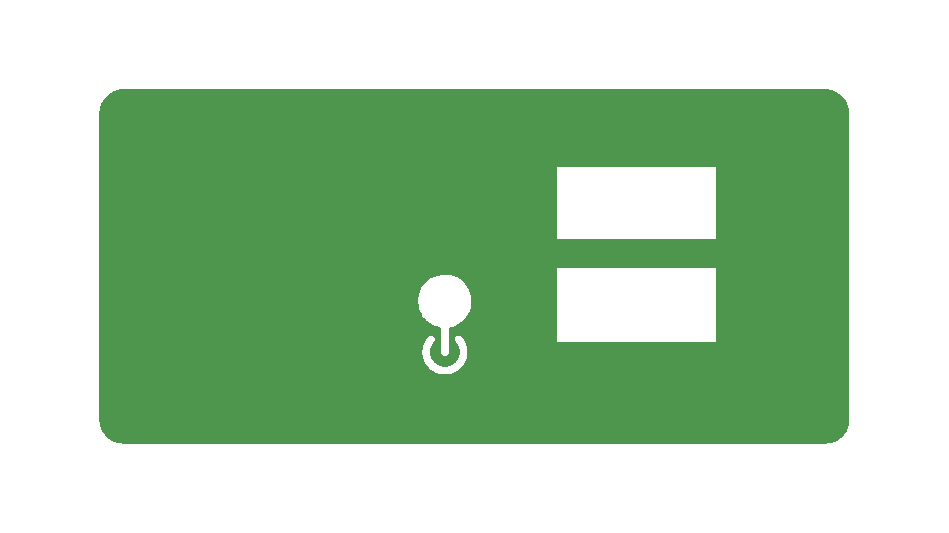
<source format=gbr>
%TF.GenerationSoftware,KiCad,Pcbnew,(7.0.0)*%
%TF.CreationDate,2023-02-18T15:18:28+00:00*%
%TF.ProjectId,frontcase,66726f6e-7463-4617-9365-2e6b69636164,rev?*%
%TF.SameCoordinates,Original*%
%TF.FileFunction,Copper,L1,Top*%
%TF.FilePolarity,Positive*%
%FSLAX46Y46*%
G04 Gerber Fmt 4.6, Leading zero omitted, Abs format (unit mm)*
G04 Created by KiCad (PCBNEW (7.0.0)) date 2023-02-18 15:18:28*
%MOMM*%
%LPD*%
G01*
G04 APERTURE LIST*
%TA.AperFunction,ComponentPad*%
%ADD10C,5.000000*%
%TD*%
%TA.AperFunction,ComponentPad*%
%ADD11C,13.000000*%
%TD*%
G04 APERTURE END LIST*
D10*
%TO.P,REF\u002A\u002A,1*%
%TO.N,GND*%
X118250000Y-86000000D03*
X118250000Y-107500000D03*
X169750000Y-86000000D03*
X169750000Y-107500000D03*
D11*
%TO.P,REF\u002A\u002A,2*%
X127200000Y-96600000D03*
%TD*%
%TA.AperFunction,Conductor*%
%TO.N,GND*%
G36*
X173754119Y-81000770D02*
G01*
X173833648Y-81005982D01*
X174011461Y-81018699D01*
X174027024Y-81020796D01*
X174138397Y-81042949D01*
X174140394Y-81043364D01*
X174280143Y-81073765D01*
X174293806Y-81077557D01*
X174407737Y-81116232D01*
X174411067Y-81117417D01*
X174538725Y-81165031D01*
X174550384Y-81170065D01*
X174660600Y-81224418D01*
X174665254Y-81226835D01*
X174782421Y-81290812D01*
X174791994Y-81296608D01*
X174895238Y-81365594D01*
X174900724Y-81369477D01*
X175006668Y-81448786D01*
X175014216Y-81454906D01*
X175107936Y-81537097D01*
X175113953Y-81542733D01*
X175207265Y-81636045D01*
X175212901Y-81642062D01*
X175295092Y-81735782D01*
X175301218Y-81743337D01*
X175355338Y-81815633D01*
X175380519Y-81849271D01*
X175384413Y-81854773D01*
X175453382Y-81957993D01*
X175459196Y-81967595D01*
X175523162Y-82084742D01*
X175525580Y-82089398D01*
X175579925Y-82199597D01*
X175584975Y-82211293D01*
X175632549Y-82338843D01*
X175633794Y-82342342D01*
X175672434Y-82456170D01*
X175676240Y-82469881D01*
X175706613Y-82609506D01*
X175707071Y-82611708D01*
X175729200Y-82722959D01*
X175731300Y-82738551D01*
X175743993Y-82916021D01*
X175744044Y-82916768D01*
X175749230Y-82995880D01*
X175749500Y-83004122D01*
X175749500Y-108995878D01*
X175749230Y-109004120D01*
X175744044Y-109083230D01*
X175743993Y-109083977D01*
X175731300Y-109261447D01*
X175729200Y-109277039D01*
X175707071Y-109388290D01*
X175706613Y-109390492D01*
X175676240Y-109530117D01*
X175672432Y-109543836D01*
X175633806Y-109657624D01*
X175632549Y-109661155D01*
X175584975Y-109788705D01*
X175579925Y-109800401D01*
X175525580Y-109910600D01*
X175523162Y-109915256D01*
X175459196Y-110032403D01*
X175453373Y-110042021D01*
X175384415Y-110145222D01*
X175380519Y-110150727D01*
X175301230Y-110256646D01*
X175295092Y-110264216D01*
X175212901Y-110357936D01*
X175207265Y-110363953D01*
X175113953Y-110457265D01*
X175107936Y-110462901D01*
X175014216Y-110545092D01*
X175006646Y-110551230D01*
X174900727Y-110630519D01*
X174895222Y-110634415D01*
X174792021Y-110703373D01*
X174782403Y-110709196D01*
X174665256Y-110773162D01*
X174660600Y-110775580D01*
X174550401Y-110829925D01*
X174538705Y-110834975D01*
X174411155Y-110882549D01*
X174407624Y-110883806D01*
X174293836Y-110922432D01*
X174280117Y-110926240D01*
X174140492Y-110956613D01*
X174138290Y-110957071D01*
X174027039Y-110979200D01*
X174011447Y-110981300D01*
X173833977Y-110993993D01*
X173833230Y-110994044D01*
X173757750Y-110998992D01*
X173754118Y-110999230D01*
X173745878Y-110999500D01*
X114254122Y-110999500D01*
X114245881Y-110999230D01*
X114241591Y-110998948D01*
X114166768Y-110994044D01*
X114166021Y-110993993D01*
X113988551Y-110981300D01*
X113972959Y-110979200D01*
X113861708Y-110957071D01*
X113859506Y-110956613D01*
X113719881Y-110926240D01*
X113706170Y-110922434D01*
X113592342Y-110883794D01*
X113588856Y-110882553D01*
X113461294Y-110834975D01*
X113449597Y-110829925D01*
X113339398Y-110775580D01*
X113334742Y-110773162D01*
X113217595Y-110709196D01*
X113207993Y-110703382D01*
X113104773Y-110634413D01*
X113099267Y-110630516D01*
X112993349Y-110551227D01*
X112985781Y-110545091D01*
X112892062Y-110462902D01*
X112886044Y-110457265D01*
X112792733Y-110363954D01*
X112787096Y-110357936D01*
X112704907Y-110264217D01*
X112698771Y-110256649D01*
X112619482Y-110150731D01*
X112615596Y-110145241D01*
X112546608Y-110041994D01*
X112540812Y-110032421D01*
X112476835Y-109915254D01*
X112474418Y-109910600D01*
X112462630Y-109886697D01*
X112420065Y-109800384D01*
X112415031Y-109788725D01*
X112367417Y-109661067D01*
X112366232Y-109657737D01*
X112327557Y-109543806D01*
X112323765Y-109530143D01*
X112293364Y-109390394D01*
X112292949Y-109388397D01*
X112270796Y-109277024D01*
X112268699Y-109261461D01*
X112255977Y-109083570D01*
X112250770Y-109004119D01*
X112250500Y-108995880D01*
X112250500Y-103243674D01*
X139596356Y-103243674D01*
X139596364Y-103244337D01*
X139596364Y-103244398D01*
X139596951Y-103292979D01*
X139596964Y-103294050D01*
X139596992Y-103294833D01*
X139596993Y-103294849D01*
X139598715Y-103342011D01*
X139598788Y-103343992D01*
X139598833Y-103344724D01*
X139598834Y-103344745D01*
X139601782Y-103392746D01*
X139601786Y-103392800D01*
X139601829Y-103393500D01*
X139601889Y-103394196D01*
X139601893Y-103394245D01*
X139605745Y-103438659D01*
X139606085Y-103442574D01*
X139606166Y-103443302D01*
X139606170Y-103443333D01*
X139608734Y-103466117D01*
X139611558Y-103491213D01*
X139611659Y-103491946D01*
X139611663Y-103491972D01*
X139618141Y-103538651D01*
X139618147Y-103538691D01*
X139618248Y-103539418D01*
X139618371Y-103540166D01*
X139618373Y-103540174D01*
X139625719Y-103584570D01*
X139626153Y-103587189D01*
X139626309Y-103588002D01*
X139626312Y-103588015D01*
X139634204Y-103628968D01*
X139635275Y-103634525D01*
X139635454Y-103635338D01*
X139635461Y-103635371D01*
X139645426Y-103680587D01*
X139645436Y-103680633D01*
X139645612Y-103681428D01*
X139645808Y-103682218D01*
X139645815Y-103682246D01*
X139656969Y-103727105D01*
X139656979Y-103727144D01*
X139657166Y-103727895D01*
X139657368Y-103728622D01*
X139657389Y-103728701D01*
X139669703Y-103773089D01*
X139669722Y-103773155D01*
X139669937Y-103773929D01*
X139670169Y-103774686D01*
X139670187Y-103774747D01*
X139683422Y-103817895D01*
X139683923Y-103819527D01*
X139699126Y-103864692D01*
X139699397Y-103865432D01*
X139699405Y-103865453D01*
X139715259Y-103908647D01*
X139715272Y-103908681D01*
X139715544Y-103909422D01*
X139715842Y-103910171D01*
X139715851Y-103910194D01*
X139732860Y-103952918D01*
X139732873Y-103952949D01*
X139733179Y-103953718D01*
X139733513Y-103954495D01*
X139749788Y-103992365D01*
X139752030Y-103997580D01*
X139752343Y-103998264D01*
X139752347Y-103998272D01*
X139771560Y-104040201D01*
X139771579Y-104040242D01*
X139771846Y-104040824D01*
X139772125Y-104041401D01*
X139772134Y-104041420D01*
X139786129Y-104070358D01*
X139792374Y-104083270D01*
X139792679Y-104083869D01*
X139792680Y-104083870D01*
X139813288Y-104124278D01*
X139813311Y-104124322D01*
X139813614Y-104124916D01*
X139813939Y-104125521D01*
X139813947Y-104125536D01*
X139835244Y-104165165D01*
X139835566Y-104165763D01*
X139858231Y-104205811D01*
X139881608Y-104245060D01*
X139881958Y-104245618D01*
X139905329Y-104282921D01*
X139905335Y-104282930D01*
X139905698Y-104283509D01*
X139906062Y-104284062D01*
X139906079Y-104284088D01*
X139930123Y-104320587D01*
X139930500Y-104321159D01*
X139956014Y-104358010D01*
X139956422Y-104358571D01*
X139956442Y-104358599D01*
X139964604Y-104369818D01*
X139982241Y-104394062D01*
X139982678Y-104394635D01*
X139982699Y-104394662D01*
X140001679Y-104419498D01*
X140009180Y-104429314D01*
X140009616Y-104429858D01*
X140009626Y-104429870D01*
X140021444Y-104444595D01*
X140036831Y-104463767D01*
X140037324Y-104464352D01*
X140037329Y-104464358D01*
X140058382Y-104489338D01*
X140065195Y-104497421D01*
X140094271Y-104530276D01*
X140124060Y-104562332D01*
X140154560Y-104593588D01*
X140186086Y-104624098D01*
X140218393Y-104653913D01*
X140251482Y-104683032D01*
X140285353Y-104711457D01*
X140285911Y-104711903D01*
X140285925Y-104711915D01*
X140319431Y-104738727D01*
X140320006Y-104739187D01*
X140355441Y-104766221D01*
X140356019Y-104766642D01*
X140356040Y-104766657D01*
X140376091Y-104781239D01*
X140391658Y-104792561D01*
X140428657Y-104818206D01*
X140466437Y-104843155D01*
X140505000Y-104867410D01*
X140544344Y-104890970D01*
X140560406Y-104900122D01*
X140583883Y-104913500D01*
X140583916Y-104913518D01*
X140584470Y-104913834D01*
X140625378Y-104936004D01*
X140667068Y-104957479D01*
X140709540Y-104978258D01*
X140752793Y-104998343D01*
X140753659Y-104998713D01*
X140753677Y-104998721D01*
X140768360Y-105004994D01*
X140796916Y-105017194D01*
X140841437Y-105034829D01*
X140886359Y-105051248D01*
X140931680Y-105066451D01*
X140977401Y-105080437D01*
X141023521Y-105093207D01*
X141070041Y-105104761D01*
X141116960Y-105115098D01*
X141164279Y-105124220D01*
X141165053Y-105124348D01*
X141165063Y-105124350D01*
X141211201Y-105131993D01*
X141211998Y-105132125D01*
X141260116Y-105138814D01*
X141308633Y-105144287D01*
X141357551Y-105148543D01*
X141406867Y-105151584D01*
X141456584Y-105153408D01*
X141506700Y-105154016D01*
X141557077Y-105153408D01*
X141607020Y-105151584D01*
X141656528Y-105148543D01*
X141705602Y-105144287D01*
X141754242Y-105138814D01*
X141802447Y-105132125D01*
X141850218Y-105124220D01*
X141897554Y-105115098D01*
X141944456Y-105104761D01*
X141990924Y-105093207D01*
X142036958Y-105080437D01*
X142082557Y-105066451D01*
X142127721Y-105051248D01*
X142172452Y-105034829D01*
X142216747Y-105017194D01*
X142260609Y-104998343D01*
X142303853Y-104978518D01*
X142346298Y-104957964D01*
X142387944Y-104936681D01*
X142428791Y-104914667D01*
X142468839Y-104891924D01*
X142508088Y-104868452D01*
X142546537Y-104844249D01*
X142584187Y-104819317D01*
X142621038Y-104793655D01*
X142657090Y-104767264D01*
X142692343Y-104740142D01*
X142726796Y-104712291D01*
X142760450Y-104683710D01*
X142793305Y-104654399D01*
X142825361Y-104624359D01*
X142856617Y-104593588D01*
X142887118Y-104562332D01*
X142916906Y-104530276D01*
X142945982Y-104497421D01*
X142974345Y-104463767D01*
X143001997Y-104429314D01*
X143028936Y-104394062D01*
X143055162Y-104358010D01*
X143080677Y-104321159D01*
X143105478Y-104283509D01*
X143129568Y-104245060D01*
X143152945Y-104205811D01*
X143175610Y-104165763D01*
X143197563Y-104124916D01*
X143218803Y-104083270D01*
X143239331Y-104040824D01*
X143259147Y-103997580D01*
X143278267Y-103953458D01*
X143296154Y-103908936D01*
X143312807Y-103864015D01*
X143328227Y-103818694D01*
X143342413Y-103772973D01*
X143355366Y-103726853D01*
X143367085Y-103680334D01*
X143377570Y-103633414D01*
X143386822Y-103586095D01*
X143394840Y-103538377D01*
X143401625Y-103490259D01*
X143407176Y-103441741D01*
X143411494Y-103392824D01*
X143414578Y-103343507D01*
X143416428Y-103293790D01*
X143417045Y-103243674D01*
X143416515Y-103196085D01*
X143414925Y-103148948D01*
X143412276Y-103102263D01*
X143408566Y-103056030D01*
X143403797Y-103010248D01*
X143397968Y-102964919D01*
X143391079Y-102920041D01*
X143383130Y-102875614D01*
X143374121Y-102831640D01*
X143364053Y-102788117D01*
X143352924Y-102745046D01*
X143340736Y-102702426D01*
X143327488Y-102660259D01*
X143313180Y-102618543D01*
X143297813Y-102577278D01*
X143281385Y-102536465D01*
X143264359Y-102496183D01*
X143246637Y-102456509D01*
X143228220Y-102417442D01*
X143227911Y-102416821D01*
X143219552Y-102400000D01*
X150999459Y-102400000D01*
X150999500Y-102400099D01*
X150999617Y-102400383D01*
X151000000Y-102400541D01*
X151000099Y-102400500D01*
X164499901Y-102400500D01*
X164500000Y-102400541D01*
X164500383Y-102400383D01*
X164500500Y-102400099D01*
X164500541Y-102400000D01*
X164500500Y-102399901D01*
X164500500Y-96100099D01*
X164500541Y-96100000D01*
X164500383Y-96099617D01*
X164500099Y-96099500D01*
X164500000Y-96099459D01*
X164499901Y-96099500D01*
X151000099Y-96099500D01*
X151000000Y-96099459D01*
X150999901Y-96099500D01*
X150999617Y-96099617D01*
X150999459Y-96100000D01*
X150999500Y-96100099D01*
X150999500Y-102399901D01*
X150999459Y-102400000D01*
X143219552Y-102400000D01*
X143217815Y-102396505D01*
X143209108Y-102378984D01*
X143189302Y-102341134D01*
X143168800Y-102303892D01*
X143147603Y-102267259D01*
X143125712Y-102231233D01*
X143103125Y-102195815D01*
X143090594Y-102177080D01*
X143080250Y-102161614D01*
X143080197Y-102161536D01*
X143079843Y-102161006D01*
X143079249Y-102160159D01*
X143056875Y-102128243D01*
X143055867Y-102126805D01*
X143031195Y-102093212D01*
X143005829Y-102060226D01*
X142979767Y-102027849D01*
X142953011Y-101996081D01*
X142952527Y-101995532D01*
X142926072Y-101965502D01*
X142926060Y-101965489D01*
X142925559Y-101964920D01*
X142920703Y-101959664D01*
X142915587Y-101954461D01*
X142910209Y-101949310D01*
X142907797Y-101947128D01*
X142905207Y-101944785D01*
X142905194Y-101944774D01*
X142904571Y-101944210D01*
X142899633Y-101939985D01*
X142899257Y-101939663D01*
X142899235Y-101939644D01*
X142898672Y-101939163D01*
X142892513Y-101934168D01*
X142891913Y-101933705D01*
X142891884Y-101933683D01*
X142886699Y-101929691D01*
X142886093Y-101929224D01*
X142879412Y-101924333D01*
X142878779Y-101923892D01*
X142873056Y-101919902D01*
X142872471Y-101919494D01*
X142871893Y-101919110D01*
X142871855Y-101919084D01*
X142865839Y-101915087D01*
X142865269Y-101914708D01*
X142861949Y-101912601D01*
X142858318Y-101910297D01*
X142858300Y-101910286D01*
X142857807Y-101909973D01*
X142855744Y-101908722D01*
X142850610Y-101905609D01*
X142850570Y-101905585D01*
X142850083Y-101905290D01*
X142849596Y-101905007D01*
X142849558Y-101904985D01*
X142842607Y-101900954D01*
X142842602Y-101900951D01*
X142842100Y-101900660D01*
X142841567Y-101900364D01*
X142834608Y-101896500D01*
X142834602Y-101896496D01*
X142833855Y-101896082D01*
X142816584Y-101887082D01*
X142815479Y-101886529D01*
X142808653Y-101883112D01*
X142807976Y-101882773D01*
X142807312Y-101882461D01*
X142807282Y-101882447D01*
X142800121Y-101879088D01*
X142800079Y-101879069D01*
X142799384Y-101878743D01*
X142798621Y-101878409D01*
X142791586Y-101875330D01*
X142791550Y-101875314D01*
X142790810Y-101874991D01*
X142785920Y-101873005D01*
X142783054Y-101871841D01*
X142783035Y-101871833D01*
X142782253Y-101871516D01*
X142781481Y-101871227D01*
X142781435Y-101871209D01*
X142774559Y-101868635D01*
X142774535Y-101868626D01*
X142773714Y-101868319D01*
X142772910Y-101868043D01*
X142772869Y-101868029D01*
X142766032Y-101865688D01*
X142765993Y-101865675D01*
X142765192Y-101865401D01*
X142764371Y-101865146D01*
X142764331Y-101865133D01*
X142757614Y-101863047D01*
X142757562Y-101863031D01*
X142756687Y-101862760D01*
X142755746Y-101862498D01*
X142749135Y-101860657D01*
X142749099Y-101860647D01*
X142748199Y-101860397D01*
X142747286Y-101860172D01*
X142747266Y-101860167D01*
X142740663Y-101858541D01*
X142740608Y-101858528D01*
X142739729Y-101858312D01*
X142738793Y-101858112D01*
X142738776Y-101858108D01*
X142732214Y-101856705D01*
X142732182Y-101856698D01*
X142731276Y-101856505D01*
X142729958Y-101856266D01*
X142723793Y-101855148D01*
X142723758Y-101855142D01*
X142722841Y-101854976D01*
X142721914Y-101854838D01*
X142721858Y-101854829D01*
X142715469Y-101853880D01*
X142715442Y-101853876D01*
X142714423Y-101853725D01*
X142713380Y-101853604D01*
X142713371Y-101853603D01*
X142707085Y-101852875D01*
X142707077Y-101852874D01*
X142706022Y-101852752D01*
X142705005Y-101852667D01*
X142704958Y-101852663D01*
X142698705Y-101852145D01*
X142698682Y-101852143D01*
X142697639Y-101852057D01*
X142696608Y-101852005D01*
X142696584Y-101852004D01*
X142690283Y-101851690D01*
X142690262Y-101851689D01*
X142689273Y-101851640D01*
X142688282Y-101851623D01*
X142688267Y-101851623D01*
X142682104Y-101851520D01*
X142682071Y-101851520D01*
X142680924Y-101851501D01*
X142679759Y-101851526D01*
X142679737Y-101851527D01*
X142665569Y-101851842D01*
X142665532Y-101851843D01*
X142664124Y-101851875D01*
X142662705Y-101851971D01*
X142662669Y-101851973D01*
X142649148Y-101852892D01*
X142649135Y-101852893D01*
X142647636Y-101852995D01*
X142646149Y-101853166D01*
X142646135Y-101853168D01*
X142633001Y-101854685D01*
X142632994Y-101854685D01*
X142631461Y-101854863D01*
X142629951Y-101855111D01*
X142629929Y-101855115D01*
X142617129Y-101857225D01*
X142617104Y-101857229D01*
X142615598Y-101857478D01*
X142614117Y-101857798D01*
X142614076Y-101857806D01*
X142601621Y-101860499D01*
X142601586Y-101860507D01*
X142600048Y-101860840D01*
X142598525Y-101861250D01*
X142598499Y-101861257D01*
X142586372Y-101864527D01*
X142586334Y-101864538D01*
X142584811Y-101864949D01*
X142583320Y-101865434D01*
X142583280Y-101865446D01*
X142571422Y-101869305D01*
X142571413Y-101869308D01*
X142569886Y-101869805D01*
X142568396Y-101870375D01*
X142568363Y-101870388D01*
X142556799Y-101874823D01*
X142556791Y-101874826D01*
X142555274Y-101875408D01*
X142553834Y-101876047D01*
X142553794Y-101876064D01*
X142542463Y-101881097D01*
X142540975Y-101881758D01*
X142539541Y-101882485D01*
X142539511Y-101882500D01*
X142528430Y-101888124D01*
X142528408Y-101888135D01*
X142526989Y-101888856D01*
X142525624Y-101889639D01*
X142525587Y-101889659D01*
X142514698Y-101895906D01*
X142514678Y-101895917D01*
X142513315Y-101896700D01*
X142511993Y-101897549D01*
X142511970Y-101897564D01*
X142501277Y-101904440D01*
X142501267Y-101904446D01*
X142499954Y-101905291D01*
X142498710Y-101906180D01*
X142498684Y-101906199D01*
X142488143Y-101913744D01*
X142488126Y-101913756D01*
X142486906Y-101914630D01*
X142485733Y-101915558D01*
X142485701Y-101915583D01*
X142475354Y-101923777D01*
X142475319Y-101923805D01*
X142474170Y-101924716D01*
X142473073Y-101925672D01*
X142473040Y-101925700D01*
X142462826Y-101934607D01*
X142462802Y-101934628D01*
X142461748Y-101935548D01*
X142460742Y-101936509D01*
X142460708Y-101936541D01*
X142450643Y-101946166D01*
X142450620Y-101946188D01*
X142449638Y-101947128D01*
X142448698Y-101948110D01*
X142448676Y-101948133D01*
X142439057Y-101958192D01*
X142439030Y-101958220D01*
X142438058Y-101959238D01*
X142437138Y-101960292D01*
X142437116Y-101960317D01*
X142432662Y-101965425D01*
X142427225Y-101971660D01*
X142426325Y-101972795D01*
X142426303Y-101972823D01*
X142418084Y-101983203D01*
X142418070Y-101983220D01*
X142417140Y-101984396D01*
X142416276Y-101985602D01*
X142416255Y-101985631D01*
X142408709Y-101996174D01*
X142408690Y-101996200D01*
X142407801Y-101997444D01*
X142406956Y-101998757D01*
X142406950Y-101998767D01*
X142400072Y-102009463D01*
X142400056Y-102009488D01*
X142399210Y-102010805D01*
X142398433Y-102012158D01*
X142398421Y-102012179D01*
X142392170Y-102023074D01*
X142392152Y-102023105D01*
X142391365Y-102024479D01*
X142390643Y-102025900D01*
X142390631Y-102025924D01*
X142385004Y-102037013D01*
X142384992Y-102037037D01*
X142384268Y-102038465D01*
X142383624Y-102039913D01*
X142383606Y-102039953D01*
X142378573Y-102051289D01*
X142377918Y-102052765D01*
X142377350Y-102054244D01*
X142377336Y-102054280D01*
X142372902Y-102065844D01*
X142372891Y-102065872D01*
X142372315Y-102067377D01*
X142371821Y-102068894D01*
X142371809Y-102068929D01*
X142367952Y-102080784D01*
X142367945Y-102080805D01*
X142367459Y-102082301D01*
X142367051Y-102083811D01*
X142367045Y-102083834D01*
X142363759Y-102096019D01*
X142363751Y-102096051D01*
X142363350Y-102097539D01*
X142363018Y-102099073D01*
X142363014Y-102099091D01*
X142360320Y-102111550D01*
X142360314Y-102111578D01*
X142359988Y-102113089D01*
X142359740Y-102114593D01*
X142359733Y-102114630D01*
X142357627Y-102127410D01*
X142357373Y-102128951D01*
X142355505Y-102145126D01*
X142355403Y-102146625D01*
X142355402Y-102146638D01*
X142354483Y-102160159D01*
X142354481Y-102160195D01*
X142354385Y-102161614D01*
X142354353Y-102163022D01*
X142354352Y-102163059D01*
X142354036Y-102177260D01*
X142354035Y-102177295D01*
X142354011Y-102178413D01*
X142354028Y-102179559D01*
X142354028Y-102179573D01*
X142354100Y-102184444D01*
X142354115Y-102185405D01*
X142354153Y-102186283D01*
X142354155Y-102186323D01*
X142354386Y-102191555D01*
X142354389Y-102191615D01*
X142354428Y-102192485D01*
X142354494Y-102193396D01*
X142354496Y-102193426D01*
X142354881Y-102198728D01*
X142354882Y-102198736D01*
X142354949Y-102199652D01*
X142355036Y-102200523D01*
X142355039Y-102200550D01*
X142355589Y-102206015D01*
X142355679Y-102206906D01*
X142355772Y-102207636D01*
X142355779Y-102207695D01*
X142356509Y-102213407D01*
X142356515Y-102213456D01*
X142356617Y-102214247D01*
X142356743Y-102215066D01*
X142356748Y-102215098D01*
X142357638Y-102220863D01*
X142357645Y-102220910D01*
X142357764Y-102221675D01*
X142357900Y-102222429D01*
X142357907Y-102222471D01*
X142358985Y-102228448D01*
X142359119Y-102229189D01*
X142359270Y-102229927D01*
X142359272Y-102229933D01*
X142359540Y-102231233D01*
X142360683Y-102236791D01*
X142362455Y-102244479D01*
X142362612Y-102245095D01*
X142362626Y-102245153D01*
X142363705Y-102249385D01*
X142364436Y-102252254D01*
X142366625Y-102260116D01*
X142366796Y-102260684D01*
X142366812Y-102260738D01*
X142366826Y-102260783D01*
X142369023Y-102268065D01*
X142374444Y-102284223D01*
X142380699Y-102300729D01*
X142381006Y-102301480D01*
X142381018Y-102301509D01*
X142381994Y-102303892D01*
X142384061Y-102308938D01*
X142387475Y-102316887D01*
X142390941Y-102324575D01*
X142391216Y-102325157D01*
X142391220Y-102325164D01*
X142394206Y-102331467D01*
X142394226Y-102331508D01*
X142394460Y-102332002D01*
X142398030Y-102339169D01*
X142398324Y-102339730D01*
X142398333Y-102339747D01*
X142401356Y-102345510D01*
X142401378Y-102345551D01*
X142401653Y-102346075D01*
X142401944Y-102346601D01*
X142401966Y-102346642D01*
X142404972Y-102352077D01*
X142404986Y-102352102D01*
X142405328Y-102352720D01*
X142409054Y-102359105D01*
X142412833Y-102365230D01*
X142416665Y-102371094D01*
X142420548Y-102376697D01*
X142424483Y-102382040D01*
X142428470Y-102387122D01*
X142429107Y-102387883D01*
X142429123Y-102387902D01*
X142430733Y-102389823D01*
X142432510Y-102391944D01*
X142436601Y-102396505D01*
X142437370Y-102397303D01*
X142437384Y-102397318D01*
X142438117Y-102398079D01*
X142443224Y-102403713D01*
X142478069Y-102444558D01*
X142481451Y-102448697D01*
X142514627Y-102491104D01*
X142517918Y-102495504D01*
X142547787Y-102537321D01*
X142548692Y-102538587D01*
X142551863Y-102543243D01*
X142580253Y-102586999D01*
X142583270Y-102591890D01*
X142609326Y-102636367D01*
X142612153Y-102641460D01*
X142622429Y-102661030D01*
X142635868Y-102686625D01*
X142638494Y-102691925D01*
X142659920Y-102737847D01*
X142662311Y-102743306D01*
X142663025Y-102745046D01*
X142681460Y-102790002D01*
X142683596Y-102795584D01*
X142700496Y-102843115D01*
X142702351Y-102848751D01*
X142710718Y-102876373D01*
X142716998Y-102897106D01*
X142718588Y-102902840D01*
X142731002Y-102952099D01*
X142732308Y-102957846D01*
X142742479Y-103007996D01*
X142743503Y-103013721D01*
X142751437Y-103064854D01*
X142752184Y-103070511D01*
X142757869Y-103122632D01*
X142758351Y-103128196D01*
X142761776Y-103181374D01*
X142762009Y-103186808D01*
X142763163Y-103241385D01*
X142763176Y-103245974D01*
X142762590Y-103284318D01*
X142762470Y-103288221D01*
X142760697Y-103326510D01*
X142760451Y-103330471D01*
X142757504Y-103368289D01*
X142757128Y-103372289D01*
X142753009Y-103409700D01*
X142752497Y-103413746D01*
X142747218Y-103450665D01*
X142746570Y-103454728D01*
X142740116Y-103491299D01*
X142739328Y-103495368D01*
X142731715Y-103531516D01*
X142730787Y-103535586D01*
X142722012Y-103571334D01*
X142720949Y-103575373D01*
X142717936Y-103586095D01*
X142711005Y-103610760D01*
X142709803Y-103614779D01*
X142698691Y-103649799D01*
X142697356Y-103653776D01*
X142685080Y-103688419D01*
X142683621Y-103692329D01*
X142670153Y-103726678D01*
X142668568Y-103730531D01*
X142653912Y-103764554D01*
X142652219Y-103768315D01*
X142636392Y-103801979D01*
X142634588Y-103805659D01*
X142617530Y-103839074D01*
X142615635Y-103842643D01*
X142597667Y-103875217D01*
X142595080Y-103879688D01*
X142576930Y-103909621D01*
X142574841Y-103912948D01*
X142555524Y-103942674D01*
X142553320Y-103945953D01*
X142533109Y-103975018D01*
X142530805Y-103978221D01*
X142515906Y-103998272D01*
X142509766Y-104006535D01*
X142507346Y-104009686D01*
X142485412Y-104037337D01*
X142482899Y-104040405D01*
X142460089Y-104067372D01*
X142457481Y-104070358D01*
X142433795Y-104096637D01*
X142431110Y-104099525D01*
X142406523Y-104125144D01*
X142403766Y-104127928D01*
X142378263Y-104152899D01*
X142375442Y-104155577D01*
X142349027Y-104179890D01*
X142346155Y-104182454D01*
X142318838Y-104206097D01*
X142315926Y-104208541D01*
X142287633Y-104231573D01*
X142284685Y-104233901D01*
X142255482Y-104256260D01*
X142252517Y-104258462D01*
X142222329Y-104280202D01*
X142219345Y-104282286D01*
X142188192Y-104303382D01*
X142185211Y-104305340D01*
X142153465Y-104325551D01*
X142149802Y-104327796D01*
X142117962Y-104346573D01*
X142114015Y-104348806D01*
X142081784Y-104366282D01*
X142077732Y-104368385D01*
X142044943Y-104384655D01*
X142040817Y-104386610D01*
X142007516Y-104401656D01*
X142003321Y-104403460D01*
X141969393Y-104417332D01*
X141965143Y-104418981D01*
X141930677Y-104431638D01*
X141926403Y-104433121D01*
X141891314Y-104444595D01*
X141887028Y-104445912D01*
X141851314Y-104456199D01*
X141847024Y-104457354D01*
X141810688Y-104466446D01*
X141806416Y-104467436D01*
X141769425Y-104475335D01*
X141765194Y-104476163D01*
X141727533Y-104482867D01*
X141723347Y-104483540D01*
X141684996Y-104489043D01*
X141680877Y-104489565D01*
X141646736Y-104493320D01*
X141641837Y-104493859D01*
X141637793Y-104494238D01*
X141598048Y-104497316D01*
X141594086Y-104497560D01*
X141553640Y-104499413D01*
X141549771Y-104499531D01*
X141508619Y-104500151D01*
X141504768Y-104500150D01*
X141466063Y-104499550D01*
X141462106Y-104499426D01*
X141423923Y-104497633D01*
X141419905Y-104497380D01*
X141382204Y-104494400D01*
X141378140Y-104494013D01*
X141340840Y-104489845D01*
X141336730Y-104489317D01*
X141299940Y-104483976D01*
X141295815Y-104483307D01*
X141259407Y-104476782D01*
X141255261Y-104475967D01*
X141219330Y-104468276D01*
X141215197Y-104467318D01*
X141179639Y-104458445D01*
X141175517Y-104457342D01*
X141140325Y-104447283D01*
X141136247Y-104446043D01*
X141101473Y-104434814D01*
X141097451Y-104433440D01*
X141062999Y-104421011D01*
X141059033Y-104419503D01*
X141024956Y-104405891D01*
X141021061Y-104404259D01*
X140987336Y-104389453D01*
X140983514Y-104387699D01*
X140950104Y-104371681D01*
X140946378Y-104369818D01*
X140913271Y-104352577D01*
X140909661Y-104350621D01*
X140876348Y-104331862D01*
X140873878Y-104330434D01*
X140857285Y-104320588D01*
X140842724Y-104311947D01*
X140839373Y-104309887D01*
X140809390Y-104290800D01*
X140806077Y-104288617D01*
X140798585Y-104283509D01*
X140776839Y-104268683D01*
X140773593Y-104266393D01*
X140762718Y-104258462D01*
X140745098Y-104245612D01*
X140741909Y-104243208D01*
X140714110Y-104221549D01*
X140711009Y-104219053D01*
X140683892Y-104196504D01*
X140680859Y-104193899D01*
X140654465Y-104170493D01*
X140651523Y-104167800D01*
X140625802Y-104143494D01*
X140622955Y-104140717D01*
X140597931Y-104115528D01*
X140595198Y-104112690D01*
X140570821Y-104086567D01*
X140568199Y-104083668D01*
X140544505Y-104056643D01*
X140542001Y-104053697D01*
X140518963Y-104025734D01*
X140516581Y-104022752D01*
X140497627Y-103998272D01*
X140494203Y-103993849D01*
X140491945Y-103990840D01*
X140470235Y-103961000D01*
X140468099Y-103957972D01*
X140447021Y-103927134D01*
X140445013Y-103924104D01*
X140425034Y-103892981D01*
X140422344Y-103888595D01*
X140403783Y-103856884D01*
X140401587Y-103852973D01*
X140384068Y-103820439D01*
X140382018Y-103816466D01*
X140365691Y-103783352D01*
X140363768Y-103779268D01*
X140357158Y-103764554D01*
X140348678Y-103745677D01*
X140346929Y-103741589D01*
X140333026Y-103707406D01*
X140331404Y-103703201D01*
X140318717Y-103668494D01*
X140317250Y-103664249D01*
X140313840Y-103653776D01*
X140305749Y-103628931D01*
X140304457Y-103624708D01*
X140294162Y-103588831D01*
X140293020Y-103584570D01*
X140283913Y-103548058D01*
X140282946Y-103543881D01*
X140275017Y-103506649D01*
X140274205Y-103502483D01*
X140273857Y-103500522D01*
X140267490Y-103464677D01*
X140266828Y-103460545D01*
X140265697Y-103452650D01*
X140261324Y-103422113D01*
X140260804Y-103418006D01*
X140256507Y-103378886D01*
X140256131Y-103374855D01*
X140253050Y-103335037D01*
X140252808Y-103331111D01*
X140250953Y-103290619D01*
X140250836Y-103286756D01*
X140250700Y-103277706D01*
X140250221Y-103245895D01*
X140250235Y-103241383D01*
X140251390Y-103186756D01*
X140251621Y-103181374D01*
X140255047Y-103128195D01*
X140255528Y-103122647D01*
X140255530Y-103122632D01*
X140261215Y-103070504D01*
X140261961Y-103064859D01*
X140263447Y-103055281D01*
X140269900Y-103013693D01*
X140270910Y-103008046D01*
X140281096Y-102957817D01*
X140282396Y-102952099D01*
X140290476Y-102920041D01*
X140294815Y-102902821D01*
X140296387Y-102897152D01*
X140311059Y-102848713D01*
X140312888Y-102843152D01*
X140329816Y-102795547D01*
X140331928Y-102790027D01*
X140351102Y-102743270D01*
X140353461Y-102737885D01*
X140374910Y-102691912D01*
X140377514Y-102686655D01*
X140401263Y-102641427D01*
X140404057Y-102636393D01*
X140430128Y-102591888D01*
X140433129Y-102587024D01*
X140461557Y-102543210D01*
X140464676Y-102538629D01*
X140495502Y-102495474D01*
X140498771Y-102491104D01*
X140525836Y-102456509D01*
X140531953Y-102448689D01*
X140535327Y-102444559D01*
X140535328Y-102444558D01*
X140571591Y-102402050D01*
X140573819Y-102399512D01*
X140575819Y-102397293D01*
X140575822Y-102397289D01*
X140576529Y-102396505D01*
X140580369Y-102391944D01*
X140584174Y-102387122D01*
X140587945Y-102382040D01*
X140591680Y-102376697D01*
X140595381Y-102371094D01*
X140599047Y-102365230D01*
X140602679Y-102359105D01*
X140606275Y-102352720D01*
X140609837Y-102346075D01*
X140616856Y-102332002D01*
X140623735Y-102316887D01*
X140628935Y-102304423D01*
X140630400Y-102300912D01*
X140630600Y-102300434D01*
X140633977Y-102292433D01*
X140637252Y-102284223D01*
X140640302Y-102276101D01*
X140643125Y-102268065D01*
X140645723Y-102260116D01*
X140648094Y-102252254D01*
X140650240Y-102244479D01*
X140652160Y-102236791D01*
X140653854Y-102229189D01*
X140655322Y-102221675D01*
X140656565Y-102214247D01*
X140657581Y-102206906D01*
X140658372Y-102199652D01*
X140658936Y-102192485D01*
X140659275Y-102185405D01*
X140659388Y-102178412D01*
X140659015Y-102161889D01*
X140657894Y-102145679D01*
X140656026Y-102129781D01*
X140653412Y-102114197D01*
X140650050Y-102098925D01*
X140645941Y-102083965D01*
X140641084Y-102069319D01*
X140635481Y-102054985D01*
X140629131Y-102040964D01*
X140622033Y-102027256D01*
X140614189Y-102013860D01*
X140605597Y-102000778D01*
X140596258Y-101988008D01*
X140586172Y-101975551D01*
X140582701Y-101971660D01*
X140576323Y-101964509D01*
X140576319Y-101964505D01*
X140575339Y-101963406D01*
X140563758Y-101951575D01*
X140551935Y-101939985D01*
X140539817Y-101929125D01*
X140538699Y-101928212D01*
X140538683Y-101928199D01*
X140528577Y-101919953D01*
X140528576Y-101919952D01*
X140527403Y-101918995D01*
X140514694Y-101909595D01*
X140509600Y-101906199D01*
X140502995Y-101901795D01*
X140502993Y-101901793D01*
X140501690Y-101900925D01*
X140488390Y-101892985D01*
X140474794Y-101885774D01*
X140473359Y-101885104D01*
X140473336Y-101885093D01*
X140462348Y-101879967D01*
X140462342Y-101879964D01*
X140460903Y-101879293D01*
X140459420Y-101878691D01*
X140459409Y-101878687D01*
X140448242Y-101874160D01*
X140448234Y-101874157D01*
X140446717Y-101873542D01*
X140440052Y-101871231D01*
X140433760Y-101869049D01*
X140433745Y-101869044D01*
X140432236Y-101868521D01*
X140430702Y-101868075D01*
X140430694Y-101868073D01*
X140418959Y-101864665D01*
X140418937Y-101864659D01*
X140417459Y-101864230D01*
X140415951Y-101863873D01*
X140415941Y-101863871D01*
X140403919Y-101861030D01*
X140403908Y-101861027D01*
X140402386Y-101860668D01*
X140400827Y-101860380D01*
X140400819Y-101860379D01*
X140388544Y-101858117D01*
X140388542Y-101858116D01*
X140387019Y-101857836D01*
X140385514Y-101857634D01*
X140385495Y-101857631D01*
X140372834Y-101855932D01*
X140372814Y-101855929D01*
X140371355Y-101855734D01*
X140369883Y-101855607D01*
X140369861Y-101855605D01*
X140356847Y-101854486D01*
X140356818Y-101854484D01*
X140355397Y-101854362D01*
X140353953Y-101854304D01*
X140352483Y-101854213D01*
X140352491Y-101854078D01*
X140336789Y-101852295D01*
X140334045Y-101851781D01*
X140333860Y-101851718D01*
X140333582Y-101851640D01*
X140333305Y-101851579D01*
X140333027Y-101851536D01*
X140332749Y-101851510D01*
X140332472Y-101851501D01*
X140330961Y-101851526D01*
X140330944Y-101851526D01*
X140325153Y-101851622D01*
X140325108Y-101851623D01*
X140324115Y-101851640D01*
X140323122Y-101851689D01*
X140323072Y-101851691D01*
X140316711Y-101852007D01*
X140316655Y-101852010D01*
X140315723Y-101852057D01*
X140314797Y-101852133D01*
X140314742Y-101852137D01*
X140308283Y-101852670D01*
X140308241Y-101852674D01*
X140307297Y-101852752D01*
X140306352Y-101852860D01*
X140306298Y-101852866D01*
X140299855Y-101853607D01*
X140299803Y-101853613D01*
X140298836Y-101853725D01*
X140297886Y-101853864D01*
X140297824Y-101853873D01*
X140291295Y-101854835D01*
X140291271Y-101854838D01*
X140290340Y-101854976D01*
X140289408Y-101855143D01*
X140289396Y-101855145D01*
X140282724Y-101856340D01*
X140282662Y-101856352D01*
X140281809Y-101856505D01*
X140280906Y-101856695D01*
X140280883Y-101856700D01*
X140274175Y-101858115D01*
X140274137Y-101858123D01*
X140273244Y-101858312D01*
X140272364Y-101858525D01*
X140272308Y-101858538D01*
X140265560Y-101860174D01*
X140265514Y-101860185D01*
X140264643Y-101860397D01*
X140263798Y-101860628D01*
X140263764Y-101860637D01*
X140256821Y-101862537D01*
X140256787Y-101862546D01*
X140256008Y-101862760D01*
X140255220Y-101863000D01*
X140255189Y-101863009D01*
X140248197Y-101865139D01*
X140248174Y-101865146D01*
X140247338Y-101865401D01*
X140246518Y-101865675D01*
X140246477Y-101865689D01*
X140239485Y-101868033D01*
X140239438Y-101868049D01*
X140238634Y-101868319D01*
X140237845Y-101868607D01*
X140237784Y-101868629D01*
X140230672Y-101871231D01*
X140230622Y-101871250D01*
X140229895Y-101871516D01*
X140229179Y-101871799D01*
X140229149Y-101871811D01*
X140221839Y-101874706D01*
X140221797Y-101874723D01*
X140221121Y-101874991D01*
X140220434Y-101875283D01*
X140220399Y-101875298D01*
X140213003Y-101878448D01*
X140212956Y-101878468D01*
X140212312Y-101878743D01*
X140211671Y-101879034D01*
X140211619Y-101879058D01*
X140204213Y-101882433D01*
X140204183Y-101882447D01*
X140203468Y-101882773D01*
X140202815Y-101883089D01*
X140202734Y-101883128D01*
X140195523Y-101886628D01*
X140195467Y-101886656D01*
X140194590Y-101887082D01*
X140193688Y-101887556D01*
X140193686Y-101887558D01*
X140186558Y-101891311D01*
X140186498Y-101891342D01*
X140186094Y-101891556D01*
X140185677Y-101891784D01*
X140185602Y-101891825D01*
X140178307Y-101895826D01*
X140178268Y-101895847D01*
X140177841Y-101896082D01*
X140177424Y-101896320D01*
X140177396Y-101896336D01*
X140170272Y-101900407D01*
X140170193Y-101900452D01*
X140169831Y-101900660D01*
X140169476Y-101900871D01*
X140169400Y-101900916D01*
X140162575Y-101904985D01*
X140162502Y-101905028D01*
X140162065Y-101905290D01*
X140161630Y-101905560D01*
X140161541Y-101905615D01*
X140155040Y-101909662D01*
X140154967Y-101909707D01*
X140154542Y-101909973D01*
X140154121Y-101910246D01*
X140154050Y-101910292D01*
X140147837Y-101914333D01*
X140147792Y-101914363D01*
X140147262Y-101914708D01*
X140146740Y-101915063D01*
X140146677Y-101915105D01*
X140140788Y-101919111D01*
X140140743Y-101919142D01*
X140140226Y-101919494D01*
X140139708Y-101919862D01*
X140139672Y-101919888D01*
X140134050Y-101923892D01*
X140134000Y-101923928D01*
X140133432Y-101924333D01*
X140132898Y-101924731D01*
X140132851Y-101924766D01*
X140127487Y-101928772D01*
X140126882Y-101929224D01*
X140126322Y-101929663D01*
X140126309Y-101929673D01*
X140121176Y-101933697D01*
X140121145Y-101933721D01*
X140120576Y-101934168D01*
X140120015Y-101934629D01*
X140119984Y-101934655D01*
X140115154Y-101938633D01*
X140115100Y-101938679D01*
X140114512Y-101939163D01*
X140113971Y-101939631D01*
X140113893Y-101939698D01*
X140109343Y-101943644D01*
X140109282Y-101943697D01*
X140108692Y-101944210D01*
X140108064Y-101944783D01*
X140108043Y-101944803D01*
X140103779Y-101948702D01*
X140103747Y-101948731D01*
X140103115Y-101949310D01*
X140102521Y-101949883D01*
X140102478Y-101949924D01*
X140098419Y-101953844D01*
X140098387Y-101953875D01*
X140097781Y-101954461D01*
X140097180Y-101955074D01*
X140097149Y-101955106D01*
X140093336Y-101959002D01*
X140093277Y-101959063D01*
X140092690Y-101959664D01*
X140092116Y-101960285D01*
X140092067Y-101960338D01*
X140088301Y-101964422D01*
X140088247Y-101964481D01*
X140087843Y-101964920D01*
X140087440Y-101965376D01*
X140087397Y-101965425D01*
X140060865Y-101995532D01*
X140060829Y-101995573D01*
X140060382Y-101996081D01*
X140059936Y-101996609D01*
X140059905Y-101996646D01*
X140036441Y-102024479D01*
X140033600Y-102027849D01*
X140033200Y-102028344D01*
X140033191Y-102028356D01*
X140007924Y-102059693D01*
X140007890Y-102059735D01*
X140007495Y-102060226D01*
X140007113Y-102060720D01*
X140007059Y-102060790D01*
X139990403Y-102082398D01*
X139982067Y-102093212D01*
X139981679Y-102093738D01*
X139981647Y-102093781D01*
X139957734Y-102126238D01*
X139957701Y-102126283D01*
X139957317Y-102126805D01*
X139956950Y-102127326D01*
X139956897Y-102127400D01*
X139933633Y-102160453D01*
X139933580Y-102160529D01*
X139933245Y-102161006D01*
X139932922Y-102161486D01*
X139932888Y-102161536D01*
X139910219Y-102195265D01*
X139910191Y-102195306D01*
X139909850Y-102195815D01*
X139909514Y-102196337D01*
X139909485Y-102196383D01*
X139887469Y-102230708D01*
X139887438Y-102230757D01*
X139887133Y-102231233D01*
X139886840Y-102231710D01*
X139886808Y-102231763D01*
X139865420Y-102266726D01*
X139865094Y-102267259D01*
X139864806Y-102267752D01*
X139864788Y-102267783D01*
X139844066Y-102303317D01*
X139844040Y-102303363D01*
X139843732Y-102303892D01*
X139843411Y-102304469D01*
X139843382Y-102304521D01*
X139828666Y-102331018D01*
X139823048Y-102341134D01*
X139822771Y-102341657D01*
X139822739Y-102341717D01*
X139803369Y-102378361D01*
X139803333Y-102378431D01*
X139803041Y-102378984D01*
X139802769Y-102379526D01*
X139802720Y-102379621D01*
X139784023Y-102416821D01*
X139784000Y-102416868D01*
X139783712Y-102417442D01*
X139783440Y-102418011D01*
X139783435Y-102418022D01*
X139765299Y-102456009D01*
X139765273Y-102456064D01*
X139765061Y-102456509D01*
X139764840Y-102456996D01*
X139764819Y-102457042D01*
X139747351Y-102495600D01*
X139747087Y-102496183D01*
X139746883Y-102496655D01*
X139746841Y-102496753D01*
X139730152Y-102535623D01*
X139730138Y-102535655D01*
X139729791Y-102536465D01*
X139729477Y-102537255D01*
X139729451Y-102537321D01*
X139713938Y-102576506D01*
X139713922Y-102576547D01*
X139713633Y-102577278D01*
X139713350Y-102578048D01*
X139713346Y-102578061D01*
X139698793Y-102617787D01*
X139698771Y-102617849D01*
X139698517Y-102618543D01*
X139698267Y-102619282D01*
X139698254Y-102619321D01*
X139684710Y-102659469D01*
X139684698Y-102659505D01*
X139684444Y-102660259D01*
X139684221Y-102660979D01*
X139684205Y-102661030D01*
X139674658Y-102691925D01*
X139671413Y-102702426D01*
X139671201Y-102703178D01*
X139671195Y-102703200D01*
X139659651Y-102744243D01*
X139659425Y-102745046D01*
X139659234Y-102745795D01*
X139659221Y-102745846D01*
X139648663Y-102787390D01*
X139648649Y-102787447D01*
X139648479Y-102788117D01*
X139648326Y-102788787D01*
X139648315Y-102788835D01*
X139638747Y-102830885D01*
X139638734Y-102830943D01*
X139638576Y-102831640D01*
X139638425Y-102832388D01*
X139638418Y-102832422D01*
X139629872Y-102874834D01*
X139629715Y-102875614D01*
X139629587Y-102876341D01*
X139629581Y-102876373D01*
X139622018Y-102919344D01*
X139622009Y-102919397D01*
X139621896Y-102920041D01*
X139621798Y-102920688D01*
X139621789Y-102920745D01*
X139616625Y-102954950D01*
X139615120Y-102964919D01*
X139609387Y-103010248D01*
X139609318Y-103010916D01*
X139609309Y-103010999D01*
X139604773Y-103055281D01*
X139604696Y-103056030D01*
X139604640Y-103056735D01*
X139604640Y-103056739D01*
X139601103Y-103101541D01*
X139601097Y-103101623D01*
X139601047Y-103102263D01*
X139601008Y-103102946D01*
X139601007Y-103102974D01*
X139598482Y-103148203D01*
X139598479Y-103148256D01*
X139598441Y-103148948D01*
X139598419Y-103149596D01*
X139598416Y-103149674D01*
X139596899Y-103195402D01*
X139596897Y-103195458D01*
X139596877Y-103196085D01*
X139596356Y-103243674D01*
X112250500Y-103243674D01*
X112250500Y-99025369D01*
X139245723Y-99025369D01*
X139246143Y-99029553D01*
X139246144Y-99029554D01*
X139275459Y-99320963D01*
X139275460Y-99320971D01*
X139275882Y-99325162D01*
X139276858Y-99329260D01*
X139276859Y-99329262D01*
X139344753Y-99614160D01*
X139344755Y-99614169D01*
X139345731Y-99618261D01*
X139347243Y-99622188D01*
X139347246Y-99622196D01*
X139399026Y-99756639D01*
X139454023Y-99899434D01*
X139456045Y-99903123D01*
X139456047Y-99903128D01*
X139529700Y-100037529D01*
X139598825Y-100163665D01*
X139601318Y-100167049D01*
X139601319Y-100167050D01*
X139690390Y-100287939D01*
X139777554Y-100406238D01*
X139780471Y-100409254D01*
X139780476Y-100409260D01*
X139882560Y-100514813D01*
X139987020Y-100622824D01*
X140223485Y-100809558D01*
X140482730Y-100963109D01*
X140760128Y-101080736D01*
X141050729Y-101160340D01*
X141072799Y-101163308D01*
X141128468Y-101185104D01*
X141167825Y-101230106D01*
X141182008Y-101288184D01*
X141182011Y-102919279D01*
X141182011Y-103245895D01*
X141182024Y-103246489D01*
X141182025Y-103246568D01*
X141182352Y-103261278D01*
X141182384Y-103262697D01*
X141182477Y-103264067D01*
X141182479Y-103264108D01*
X141183404Y-103277706D01*
X141183505Y-103279185D01*
X141183675Y-103280654D01*
X141183676Y-103280666D01*
X141185196Y-103293833D01*
X141185199Y-103293855D01*
X141185373Y-103295361D01*
X141185617Y-103296845D01*
X141185622Y-103296876D01*
X141187735Y-103309692D01*
X141187988Y-103311224D01*
X141188309Y-103312712D01*
X141188316Y-103312745D01*
X141191009Y-103325200D01*
X141191015Y-103325226D01*
X141191350Y-103326774D01*
X141191761Y-103328297D01*
X141191767Y-103328322D01*
X141195037Y-103340449D01*
X141195044Y-103340473D01*
X141195459Y-103342011D01*
X141195946Y-103343507D01*
X141195960Y-103343553D01*
X141199812Y-103355389D01*
X141199816Y-103355399D01*
X141200316Y-103356936D01*
X141205919Y-103371548D01*
X141212270Y-103385846D01*
X141219367Y-103399833D01*
X141227212Y-103413506D01*
X141228069Y-103414839D01*
X141228082Y-103414860D01*
X141232747Y-103422113D01*
X141235804Y-103426867D01*
X141236706Y-103428127D01*
X141236710Y-103428133D01*
X141244256Y-103438678D01*
X141244270Y-103438696D01*
X141245142Y-103439915D01*
X141246588Y-103441741D01*
X141254300Y-103451479D01*
X141254312Y-103451493D01*
X141255228Y-103452650D01*
X141266061Y-103465072D01*
X141277641Y-103477182D01*
X141289751Y-103488762D01*
X141290829Y-103489702D01*
X141290830Y-103489703D01*
X141292561Y-103491213D01*
X141302173Y-103499595D01*
X141303333Y-103500514D01*
X141303343Y-103500522D01*
X141308490Y-103504598D01*
X141314908Y-103509681D01*
X141327956Y-103519020D01*
X141329260Y-103519859D01*
X141329271Y-103519866D01*
X141329279Y-103519871D01*
X141341317Y-103527612D01*
X141354991Y-103535457D01*
X141368977Y-103542554D01*
X141383276Y-103548905D01*
X141397888Y-103554508D01*
X141412813Y-103559364D01*
X141428050Y-103563473D01*
X141443600Y-103566835D01*
X141459463Y-103569450D01*
X141475638Y-103571318D01*
X141492126Y-103572438D01*
X141508927Y-103572812D01*
X141525728Y-103572438D01*
X141542217Y-103571318D01*
X141558392Y-103569450D01*
X141574255Y-103566835D01*
X141589805Y-103563473D01*
X141605042Y-103559364D01*
X141619967Y-103554508D01*
X141634579Y-103548905D01*
X141648878Y-103542554D01*
X141662864Y-103535457D01*
X141676538Y-103527612D01*
X141689898Y-103519020D01*
X141702946Y-103509681D01*
X141715682Y-103499595D01*
X141728104Y-103488762D01*
X141740214Y-103477182D01*
X141751794Y-103465072D01*
X141762627Y-103452650D01*
X141772712Y-103439915D01*
X141782051Y-103426867D01*
X141790643Y-103413506D01*
X141798488Y-103399833D01*
X141805585Y-103385846D01*
X141811936Y-103371548D01*
X141817539Y-103356936D01*
X141822395Y-103342011D01*
X141826505Y-103326774D01*
X141829867Y-103311224D01*
X141832482Y-103295361D01*
X141834350Y-103279185D01*
X141835470Y-103262697D01*
X141835844Y-103245895D01*
X141835844Y-101281221D01*
X141848761Y-101225650D01*
X141884862Y-101181473D01*
X141936746Y-101157746D01*
X141967114Y-101151573D01*
X142095903Y-101125396D01*
X142380537Y-101026560D01*
X142649459Y-100890668D01*
X142897869Y-100720144D01*
X143121333Y-100518032D01*
X143315865Y-100287939D01*
X143477993Y-100033970D01*
X143604823Y-99760658D01*
X143694093Y-99472879D01*
X143744209Y-99175770D01*
X143754277Y-98874631D01*
X143724118Y-98574838D01*
X143654269Y-98281739D01*
X143545977Y-98000566D01*
X143401175Y-97736335D01*
X143222446Y-97493762D01*
X143219527Y-97490744D01*
X143219523Y-97490739D01*
X143015909Y-97280205D01*
X143012980Y-97277176D01*
X142776515Y-97090442D01*
X142772900Y-97088301D01*
X142772896Y-97088298D01*
X142520895Y-96939038D01*
X142520893Y-96939037D01*
X142517270Y-96936891D01*
X142239872Y-96819264D01*
X142235819Y-96818153D01*
X142235814Y-96818152D01*
X141953335Y-96740773D01*
X141953331Y-96740772D01*
X141949271Y-96739660D01*
X141945100Y-96739099D01*
X141945095Y-96739098D01*
X141654829Y-96700061D01*
X141654819Y-96700060D01*
X141650653Y-96699500D01*
X141424756Y-96699500D01*
X141422672Y-96699639D01*
X141422657Y-96699640D01*
X141203564Y-96714306D01*
X141203549Y-96714307D01*
X141199366Y-96714588D01*
X141195253Y-96715423D01*
X141195238Y-96715426D01*
X140908229Y-96773764D01*
X140908227Y-96773764D01*
X140904097Y-96774604D01*
X140900118Y-96775985D01*
X140900113Y-96775987D01*
X140623454Y-96872054D01*
X140619463Y-96873440D01*
X140615691Y-96875345D01*
X140615691Y-96875346D01*
X140354307Y-97007428D01*
X140354295Y-97007434D01*
X140350541Y-97009332D01*
X140347077Y-97011709D01*
X140347065Y-97011717D01*
X140105600Y-97177474D01*
X140105593Y-97177479D01*
X140102131Y-97179856D01*
X140099015Y-97182674D01*
X140099009Y-97182679D01*
X139881792Y-97379141D01*
X139881787Y-97379145D01*
X139878667Y-97381968D01*
X139875955Y-97385174D01*
X139875945Y-97385186D01*
X139686851Y-97608847D01*
X139686842Y-97608858D01*
X139684135Y-97612061D01*
X139681876Y-97615598D01*
X139681869Y-97615609D01*
X139524279Y-97862470D01*
X139524275Y-97862476D01*
X139522007Y-97866030D01*
X139520234Y-97869850D01*
X139520230Y-97869858D01*
X139396949Y-98135522D01*
X139396945Y-98135530D01*
X139395177Y-98139342D01*
X139393933Y-98143351D01*
X139393930Y-98143360D01*
X139307154Y-98423097D01*
X139307149Y-98423114D01*
X139305907Y-98427121D01*
X139255791Y-98724230D01*
X139255650Y-98728430D01*
X139255650Y-98728436D01*
X139250763Y-98874631D01*
X139245723Y-99025369D01*
X112250500Y-99025369D01*
X112250500Y-93700000D01*
X150999459Y-93700000D01*
X150999500Y-93700099D01*
X150999617Y-93700383D01*
X151000000Y-93700541D01*
X151000099Y-93700500D01*
X164499901Y-93700500D01*
X164500000Y-93700541D01*
X164500383Y-93700383D01*
X164500500Y-93700099D01*
X164500541Y-93700000D01*
X164500500Y-93699901D01*
X164500500Y-87560099D01*
X164500541Y-87560000D01*
X164500383Y-87559617D01*
X164500099Y-87559500D01*
X164500000Y-87559459D01*
X164499901Y-87559500D01*
X151000099Y-87559500D01*
X151000000Y-87559459D01*
X150999901Y-87559500D01*
X150999617Y-87559617D01*
X150999459Y-87560000D01*
X150999500Y-87560099D01*
X150999500Y-93699901D01*
X150999459Y-93700000D01*
X112250500Y-93700000D01*
X112250500Y-83004120D01*
X112250770Y-82995882D01*
X112251089Y-82991005D01*
X112255983Y-82916339D01*
X112268700Y-82738534D01*
X112270795Y-82722979D01*
X112292958Y-82611556D01*
X112293355Y-82609648D01*
X112323767Y-82469847D01*
X112327554Y-82456202D01*
X112366246Y-82342220D01*
X112367402Y-82338974D01*
X112415037Y-82211260D01*
X112420058Y-82199629D01*
X112474440Y-82089355D01*
X112476814Y-82084784D01*
X112540824Y-81967558D01*
X112546595Y-81958025D01*
X112615620Y-81854722D01*
X112619458Y-81849300D01*
X112698791Y-81743323D01*
X112704886Y-81735806D01*
X112787124Y-81642031D01*
X112792703Y-81636075D01*
X112886075Y-81542703D01*
X112892031Y-81537124D01*
X112985806Y-81454886D01*
X112993323Y-81448791D01*
X113099300Y-81369458D01*
X113104722Y-81365620D01*
X113208025Y-81296595D01*
X113217558Y-81290824D01*
X113334784Y-81226814D01*
X113339355Y-81224440D01*
X113449629Y-81170058D01*
X113461260Y-81165037D01*
X113588974Y-81117402D01*
X113592220Y-81116246D01*
X113706202Y-81077554D01*
X113719847Y-81073767D01*
X113859648Y-81043355D01*
X113861556Y-81042958D01*
X113972979Y-81020795D01*
X113988534Y-81018700D01*
X114166339Y-81005983D01*
X114241005Y-81001089D01*
X114245882Y-81000770D01*
X114254120Y-81000500D01*
X173745880Y-81000500D01*
X173754119Y-81000770D01*
G37*
%TD.AperFunction*%
%TD*%
M02*

</source>
